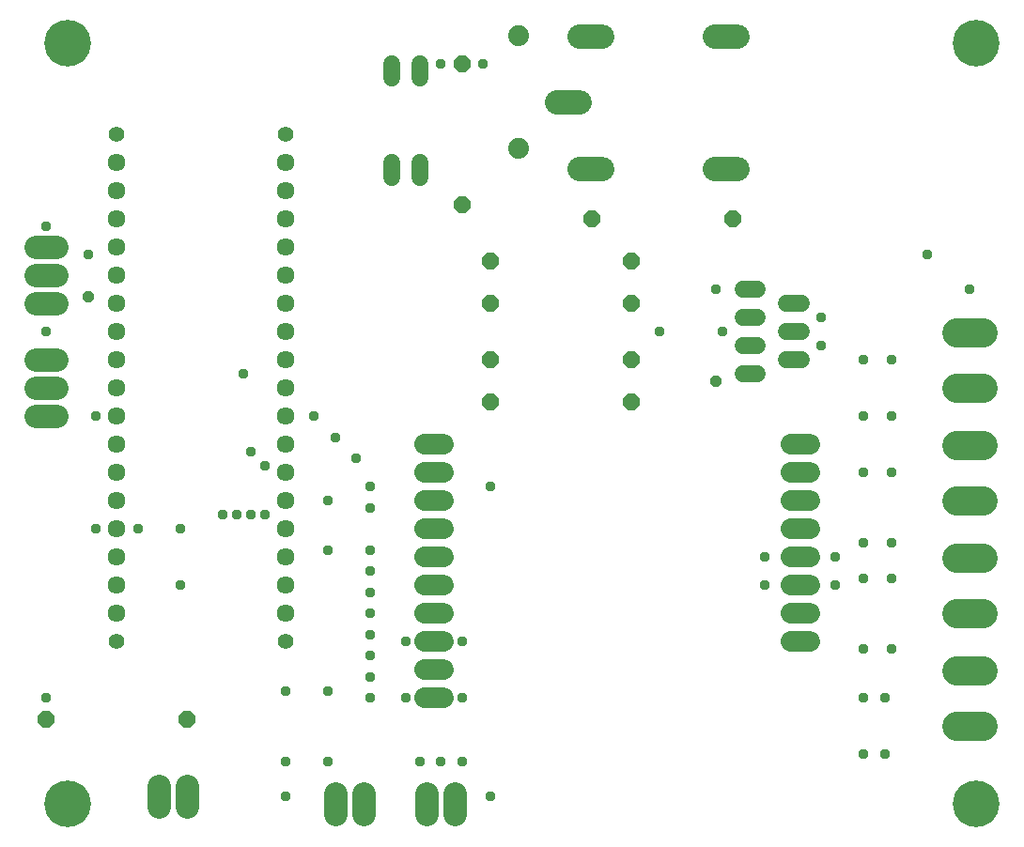
<source format=gbr>
G04 EAGLE Gerber X2 export*
%TF.Part,Single*%
%TF.FileFunction,Soldermask,Bot,1*%
%TF.FilePolarity,Negative*%
%TF.GenerationSoftware,Autodesk,EAGLE,9.1.3*%
%TF.CreationDate,2018-09-15T00:02:42Z*%
G75*
%MOMM*%
%FSLAX34Y34*%
%LPD*%
%AMOC8*
5,1,8,0,0,1.08239X$1,22.5*%
G01*
%ADD10C,4.203200*%
%ADD11C,1.511200*%
%ADD12P,1.649562X8X22.500000*%
%ADD13C,2.184400*%
%ADD14C,1.879600*%
%ADD15C,2.603200*%
%ADD16C,1.851700*%
%ADD17C,1.611200*%
%ADD18C,1.403200*%
%ADD19P,1.649562X8X202.500000*%
%ADD20C,1.524000*%
%ADD21P,1.649562X8X292.500000*%
%ADD22C,2.082800*%
%ADD23P,1.038661X8X22.500000*%
%ADD24C,0.959600*%


D10*
X635000Y819150D03*
X1454150Y819150D03*
X1454150Y133350D03*
X635000Y133350D03*
D11*
X1243860Y520700D02*
X1256940Y520700D01*
X1282860Y533400D02*
X1295940Y533400D01*
X1256940Y546100D02*
X1243860Y546100D01*
X1282860Y558800D02*
X1295940Y558800D01*
X1256940Y571500D02*
X1243860Y571500D01*
X1282860Y584200D02*
X1295940Y584200D01*
X1256940Y596900D02*
X1243860Y596900D01*
D12*
X1016000Y533400D03*
X1143000Y533400D03*
X1016000Y584200D03*
X1143000Y584200D03*
D13*
X1096341Y765481D02*
X1076529Y765481D01*
X1096849Y705791D02*
X1116661Y705791D01*
X1116661Y825171D02*
X1096849Y825171D01*
X1218769Y825171D02*
X1238581Y825171D01*
X1238581Y705791D02*
X1218769Y705791D01*
D14*
X1041400Y825500D03*
X1041400Y723900D03*
D15*
X1435800Y508400D02*
X1459800Y508400D01*
X1459800Y558400D02*
X1435800Y558400D01*
X1435800Y406800D02*
X1459800Y406800D01*
X1459800Y456800D02*
X1435800Y456800D01*
D16*
X973443Y457200D02*
X956958Y457200D01*
X956958Y431800D02*
X973443Y431800D01*
X973443Y406400D02*
X956958Y406400D01*
X956958Y381000D02*
X973443Y381000D01*
X973443Y355600D02*
X956958Y355600D01*
X956958Y330200D02*
X973443Y330200D01*
X973443Y304800D02*
X956958Y304800D01*
X956958Y279400D02*
X973443Y279400D01*
X973443Y254000D02*
X956958Y254000D01*
X956958Y228600D02*
X973443Y228600D01*
X1287158Y279400D02*
X1303643Y279400D01*
X1303643Y304800D02*
X1287158Y304800D01*
X1287158Y330200D02*
X1303643Y330200D01*
X1303643Y355600D02*
X1287158Y355600D01*
X1287158Y381000D02*
X1303643Y381000D01*
X1303643Y406400D02*
X1287158Y406400D01*
X1287158Y431800D02*
X1303643Y431800D01*
X1303643Y457200D02*
X1287158Y457200D01*
D17*
X831850Y711200D03*
X831850Y685800D03*
X831850Y660400D03*
X831850Y635000D03*
X831850Y609600D03*
X831850Y584200D03*
X831850Y558800D03*
X831850Y533400D03*
X831850Y508000D03*
X831850Y482600D03*
X831850Y457200D03*
X831850Y431800D03*
X831850Y406400D03*
X831850Y381000D03*
X831850Y355600D03*
X831850Y330200D03*
X831850Y304800D03*
X679450Y711200D03*
X679450Y685800D03*
X679450Y660400D03*
X679450Y635000D03*
X679450Y609600D03*
X679450Y584200D03*
X679450Y558800D03*
X679450Y533400D03*
X679450Y508000D03*
X679450Y482600D03*
X679450Y457200D03*
X679450Y431800D03*
X679450Y406400D03*
X679450Y381000D03*
X679450Y355600D03*
X679450Y330200D03*
X679450Y304800D03*
D18*
X831850Y736600D03*
X679450Y736600D03*
X831850Y279400D03*
X679450Y279400D03*
D12*
X1016000Y495300D03*
X1143000Y495300D03*
D19*
X1143000Y622300D03*
X1016000Y622300D03*
D15*
X1435800Y305200D02*
X1459800Y305200D01*
X1459800Y355200D02*
X1435800Y355200D01*
X1435800Y203600D02*
X1459800Y203600D01*
X1459800Y253600D02*
X1435800Y253600D01*
D20*
X927100Y697992D02*
X927100Y711200D01*
X952500Y711200D02*
X952500Y697992D01*
X952500Y787400D02*
X952500Y800608D01*
X927100Y800608D02*
X927100Y787400D01*
D21*
X990600Y800100D03*
X990600Y673100D03*
D12*
X1107214Y660400D03*
X1234214Y660400D03*
D19*
X742950Y209550D03*
X615950Y209550D03*
D22*
X606552Y635000D02*
X625348Y635000D01*
X625348Y609600D02*
X606552Y609600D01*
X606552Y584200D02*
X625348Y584200D01*
X742950Y149098D02*
X742950Y130302D01*
X717550Y130302D02*
X717550Y149098D01*
X876300Y142748D02*
X876300Y123952D01*
X901700Y123952D02*
X901700Y142748D01*
X958850Y142748D02*
X958850Y123952D01*
X984250Y123952D02*
X984250Y142748D01*
X625348Y533400D02*
X606552Y533400D01*
X606552Y508000D02*
X625348Y508000D01*
X625348Y482600D02*
X606552Y482600D01*
D23*
X1219200Y514350D03*
X654050Y590550D03*
D24*
X1016000Y419100D03*
X1219200Y596900D03*
X908050Y247650D03*
X908050Y266700D03*
X908050Y285750D03*
X908050Y323850D03*
X908050Y342900D03*
X908050Y361950D03*
X908050Y400050D03*
X908050Y419100D03*
X895350Y444500D03*
X876300Y463550D03*
X857250Y482600D03*
X800100Y450850D03*
X793750Y520700D03*
X660400Y482600D03*
X654050Y628650D03*
X615950Y654050D03*
X615950Y558800D03*
X660400Y381000D03*
X698500Y381000D03*
X831850Y234950D03*
X831850Y171450D03*
X831850Y139700D03*
X952500Y171450D03*
X971550Y171450D03*
X990600Y171450D03*
X1016000Y139700D03*
X1263650Y330200D03*
X1263650Y355600D03*
X1327150Y330200D03*
X1327150Y355600D03*
X908050Y304800D03*
X939800Y228600D03*
X990600Y228600D03*
X990600Y279400D03*
X939800Y279400D03*
X1352550Y482600D03*
X1377950Y482600D03*
X1352550Y431800D03*
X1377950Y431800D03*
X1352550Y368300D03*
X1377950Y368300D03*
X1352550Y336550D03*
X1377950Y336550D03*
X1352550Y273050D03*
X1377950Y273050D03*
X1377950Y533400D03*
X1352550Y533400D03*
X1352550Y228600D03*
X1371600Y228600D03*
X736600Y330200D03*
X1352550Y177800D03*
X1371600Y177800D03*
X736600Y381000D03*
X869950Y361950D03*
X869950Y406400D03*
X812800Y438150D03*
X812800Y393700D03*
X787400Y393700D03*
X774700Y393700D03*
X869950Y234950D03*
X869950Y171450D03*
X1168400Y558800D03*
X1225550Y558800D03*
X1314450Y571500D03*
X1314450Y546100D03*
X1409700Y628650D03*
X1447800Y596900D03*
X971550Y800100D03*
X1009650Y800100D03*
X615950Y228600D03*
X908050Y228600D03*
X800100Y393700D03*
X628650Y584200D03*
M02*

</source>
